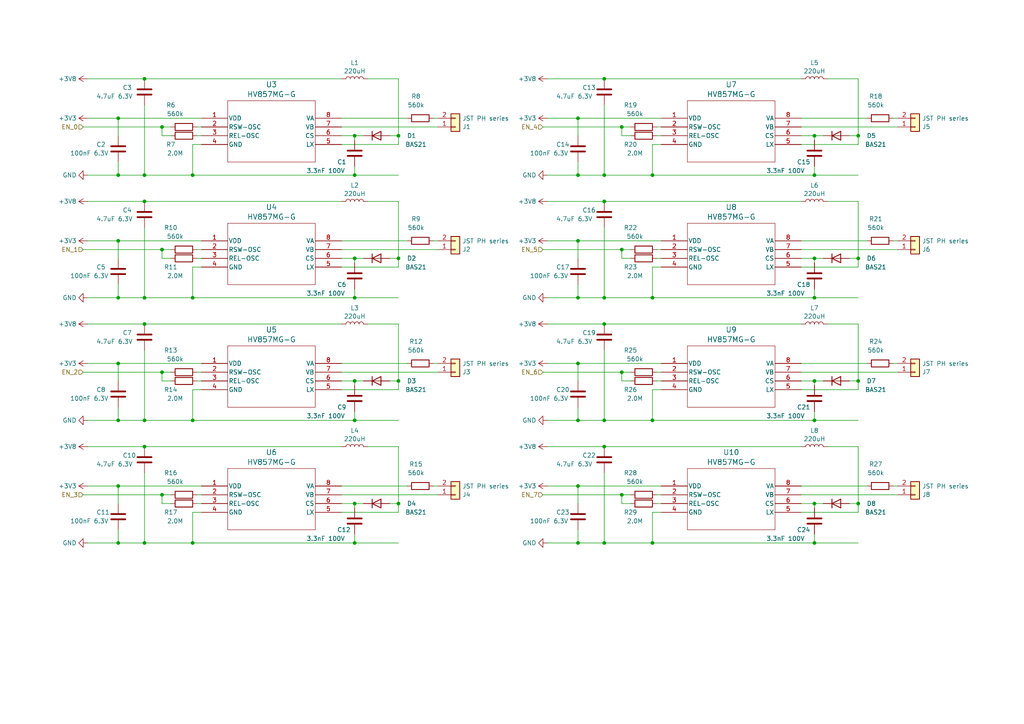
<source format=kicad_sch>
(kicad_sch (version 20230121) (generator eeschema)
  (paper "A4")
  (lib_symbols
    (symbol "Connector_Generic:Conn_01x02" (pin_names (offset 1.016) hide)
      (property "Reference" "J" (at 0 2.54 0))
      (property "Value" "Conn_01x02" (at 0 -5.08 0))
      (symbol "Conn_01x02_1_1"
        (rectangle (start -1.27 -2.413) (end 0 -2.667) (stroke (width 0.1524)))
        (rectangle (start -1.27 0.127) (end 0 -0.127) (stroke (width 0.1524)))
        (rectangle (start -1.27 1.27) (end 1.27 -3.81) (stroke (width 0.254)) (fill (type background)))
        (pin passive line (at -5.08 0 0) (length 3.81) (name "Pin_1") (number "1"))
        (pin passive line (at -5.08 -2.54 0) (length 3.81) (name "Pin_2") (number "2"))
      )
    )
    (symbol "Device:C" (pin_numbers hide) (pin_names (offset 0.254))
      (property "Reference" "C" (at 0.635 2.54 0))
      (property "Value" "C" (at 0.635 -2.54 0))
      (symbol "C_0_1"
        (polyline (pts (xy -2.032 -0.762) (xy 2.032 -0.762)) (stroke (width 0.508)))
        (polyline (pts (xy -2.032 0.762) (xy 2.032 0.762)) (stroke (width 0.508)))
      )
      (symbol "C_1_1"
        (pin passive line (at 0 3.81 270) (length 2.794) (name "~") (number "1"))
        (pin passive line (at 0 -3.81 90) (length 2.794) (name "~") (number "2"))
      )
    )
    (symbol "Device:L" (pin_numbers hide) (pin_names (offset 1.016) hide)
      (property "Reference" "L" (at -1.27 0 90))
      (property "Value" "L" (at 1.905 0 90))
      (symbol "L_0_1"
        (arc (start 0 -2.54) (mid 0.6323 -1.905) (end 0 -1.27))
        (arc (start 0 -1.27) (mid 0.6323 -0.635) (end 0 0))
        (arc (start 0 0) (mid 0.6323 0.635) (end 0 1.27))
        (arc (start 0 1.27) (mid 0.6323 1.905) (end 0 2.54))
      )
      (symbol "L_1_1"
        (pin passive line (at 0 3.81 270) (length 1.27) (name "1") (number "1"))
        (pin passive line (at 0 -3.81 90) (length 1.27) (name "2") (number "2"))
      )
    )
    (symbol "Device:R" (pin_numbers hide) (pin_names (offset 0))
      (property "Reference" "R" (at 2.032 0 90))
      (property "Value" "R" (at 0 0 90))
      (symbol "R_0_1"
        (rectangle (start -1.016 -2.54) (end 1.016 2.54) (stroke (width 0.254)))
      )
      (symbol "R_1_1"
        (pin passive line (at 0 3.81 270) (length 1.27) (name "~") (number "1"))
        (pin passive line (at 0 -3.81 90) (length 1.27) (name "~") (number "2"))
      )
    )
    (symbol "Diode:BAS21" (pin_numbers hide) (pin_names hide)
      (property "Reference" "D" (at 0 2.54 0))
      (property "Value" "BAS21" (at 0 -2.54 0))
      (symbol "BAS21_0_1"
        (polyline (pts (xy -1.27 1.27) (xy -1.27 -1.27)) (stroke (width 0.254)))
        (polyline (pts (xy 1.27 0) (xy -1.27 0)))
        (polyline (pts (xy 1.27 1.27) (xy 1.27 -1.27) (xy -1.27 0) (xy 1.27 1.27)) (stroke (width 0.254)))
      )
      (symbol "BAS21_1_1"
        (pin passive line (at 3.81 0 180) (length 2.54) (name "A") (number "1"))
        (pin no_connect line (at -1.27 0 0) (length 2.54) hide (name "NC") (number "2"))
        (pin passive line (at -3.81 0 0) (length 2.54) (name "K") (number "3"))
      )
    )
    (symbol "HV857:HV857MG-G" (pin_names (offset 0.254))
      (property "Reference" "U" (at 20.32 10.16 0))
      (property "Value" "HV857MG-G" (at 20.32 7.62 0))
      (symbol "HV857MG-G_0_1"
        (polyline (pts (xy 7.62 -12.7) (xy 33.02 -12.7)) (stroke (width 0.127)))
        (polyline (pts (xy 7.62 5.08) (xy 7.62 -12.7)) (stroke (width 0.127)))
        (polyline (pts (xy 33.02 -12.7) (xy 33.02 5.08)) (stroke (width 0.127)))
        (polyline (pts (xy 33.02 5.08) (xy 7.62 5.08)) (stroke (width 0.127)))
        (pin power_in line (at 0 0 0) (length 7.62) (name "VDD") (number "1"))
        (pin unspecified line (at 0 -2.54 0) (length 7.62) (name "RSW-OSC") (number "2"))
        (pin unspecified line (at 0 -5.08 0) (length 7.62) (name "REL-OSC") (number "3"))
        (pin power_out line (at 0 -7.62 0) (length 7.62) (name "GND") (number "4"))
        (pin unspecified line (at 40.64 -7.62 180) (length 7.62) (name "LX") (number "5"))
        (pin unspecified line (at 40.64 -5.08 180) (length 7.62) (name "CS") (number "6"))
        (pin unspecified line (at 40.64 -2.54 180) (length 7.62) (name "VB") (number "7"))
        (pin unspecified line (at 40.64 0 180) (length 7.62) (name "VA") (number "8"))
      )
    )
    (symbol "power:+3V3" (power) (pin_names (offset 0))
      (property "Value" "+3V3" (at 0 3.556 0))
      (symbol "+3V3_0_1"
        (polyline (pts (xy -0.762 1.27) (xy 0 2.54)))
        (polyline (pts (xy 0 0) (xy 0 2.54)))
        (polyline (pts (xy 0 2.54) (xy 0.762 1.27)))
      )
      (symbol "+3V3_1_1"
        (pin power_in line (at 0 0 90) (length 0) hide (name "+3V3") (number "1"))
      )
    )
    (symbol "power:+3V8" (power) (pin_names (offset 0))
      (property "Value" "+3V8" (at 0 3.556 0))
      (symbol "+3V8_0_1"
        (polyline (pts (xy -0.762 1.27) (xy 0 2.54)))
        (polyline (pts (xy 0 0) (xy 0 2.54)))
        (polyline (pts (xy 0 2.54) (xy 0.762 1.27)))
      )
      (symbol "+3V8_1_1"
        (pin power_in line (at 0 0 90) (length 0) hide (name "+3V8") (number "1"))
      )
    )
    (symbol "power:GND" (power) (pin_names (offset 0))
      (property "Value" "GND" (at 0 -3.81 0))
      (symbol "GND_0_1"
        (polyline (pts (xy 0 0) (xy 0 -1.27) (xy 1.27 -1.27) (xy 0 -2.54) (xy -1.27 -1.27) (xy 0 -1.27)))
      )
      (symbol "GND_1_1"
        (pin power_in line (at 0 0 270) (length 0) hide (name "GND") (number "1"))
      )
    )
  )
  (junction (at 41.91 129.54))
  (junction (at 115.57 110.49))
  (junction (at 180.34 143.51))
  (junction (at 248.92 110.49))
  (junction (at 167.64 121.92))
  (junction (at 248.92 39.37))
  (junction (at 167.64 157.48))
  (junction (at 46.99 72.39))
  (junction (at 236.22 39.37))
  (junction (at 34.29 86.36))
  (junction (at 34.29 140.97))
  (junction (at 34.29 50.8))
  (junction (at 46.99 107.95))
  (junction (at 167.64 105.41))
  (junction (at 115.57 74.93))
  (junction (at 180.34 107.95))
  (junction (at 102.87 86.36))
  (junction (at 175.26 58.42))
  (junction (at 41.91 50.8))
  (junction (at 167.64 86.36))
  (junction (at 115.57 146.05))
  (junction (at 236.22 74.93))
  (junction (at 248.92 74.93))
  (junction (at 115.57 39.37))
  (junction (at 55.88 121.92))
  (junction (at 102.87 146.05))
  (junction (at 248.92 146.05))
  (junction (at 102.87 110.49))
  (junction (at 236.22 121.92))
  (junction (at 102.87 74.93))
  (junction (at 167.64 34.29))
  (junction (at 189.23 157.48))
  (junction (at 167.64 50.8))
  (junction (at 46.99 36.83))
  (junction (at 46.99 143.51))
  (junction (at 41.91 58.42))
  (junction (at 236.22 110.49))
  (junction (at 41.91 86.36))
  (junction (at 175.26 50.8))
  (junction (at 189.23 50.8))
  (junction (at 34.29 121.92))
  (junction (at 167.64 69.85))
  (junction (at 102.87 121.92))
  (junction (at 34.29 69.85))
  (junction (at 175.26 86.36))
  (junction (at 55.88 86.36))
  (junction (at 175.26 93.98))
  (junction (at 189.23 86.36))
  (junction (at 236.22 50.8))
  (junction (at 175.26 129.54))
  (junction (at 34.29 34.29))
  (junction (at 102.87 50.8))
  (junction (at 167.64 140.97))
  (junction (at 180.34 72.39))
  (junction (at 34.29 157.48))
  (junction (at 41.91 121.92))
  (junction (at 175.26 121.92))
  (junction (at 175.26 157.48))
  (junction (at 55.88 50.8))
  (junction (at 41.91 22.86))
  (junction (at 236.22 146.05))
  (junction (at 41.91 93.98))
  (junction (at 180.34 36.83))
  (junction (at 55.88 157.48))
  (junction (at 41.91 157.48))
  (junction (at 102.87 39.37))
  (junction (at 189.23 121.92))
  (junction (at 236.22 157.48))
  (junction (at 34.29 105.41))
  (junction (at 175.26 22.86))
  (junction (at 102.87 157.48))
  (junction (at 236.22 86.36))
  (wire (pts (xy 58.42 146.05) (xy 57.15 146.05)))
  (wire (pts (xy 246.38 110.49) (xy 248.92 110.49)))
  (wire (pts (xy 99.06 148.59) (xy 115.57 148.59)))
  (wire (pts (xy 157.48 72.39) (xy 180.34 72.39)))
  (wire (pts (xy 49.53 110.49) (xy 46.99 110.49)))
  (wire (pts (xy 49.53 107.95) (xy 46.99 107.95)))
  (wire (pts (xy 167.64 34.29) (xy 191.77 34.29)))
  (wire (pts (xy 99.06 143.51) (xy 127 143.51)))
  (wire (pts (xy 240.03 58.42) (xy 248.92 58.42)))
  (wire (pts (xy 55.88 77.47) (xy 55.88 86.36)))
  (wire (pts (xy 41.91 129.54) (xy 99.06 129.54)))
  (wire (pts (xy 41.91 101.6) (xy 41.91 121.92)))
  (wire (pts (xy 99.06 41.91) (xy 115.57 41.91)))
  (wire (pts (xy 25.4 69.85) (xy 34.29 69.85)))
  (wire (pts (xy 167.64 153.67) (xy 167.64 157.48)))
  (wire (pts (xy 34.29 157.48) (xy 41.91 157.48)))
  (wire (pts (xy 182.88 72.39) (xy 180.34 72.39)))
  (wire (pts (xy 55.88 113.03) (xy 55.88 121.92)))
  (wire (pts (xy 167.64 82.55) (xy 167.64 86.36)))
  (wire (pts (xy 236.22 157.48) (xy 248.92 157.48)))
  (wire (pts (xy 24.13 143.51) (xy 46.99 143.51)))
  (wire (pts (xy 106.68 93.98) (xy 115.57 93.98)))
  (wire (pts (xy 232.41 69.85) (xy 251.46 69.85)))
  (wire (pts (xy 58.42 41.91) (xy 55.88 41.91)))
  (wire (pts (xy 232.41 143.51) (xy 260.35 143.51)))
  (wire (pts (xy 232.41 41.91) (xy 248.92 41.91)))
  (wire (pts (xy 41.91 50.8) (xy 55.88 50.8)))
  (wire (pts (xy 106.68 129.54) (xy 115.57 129.54)))
  (wire (pts (xy 58.42 113.03) (xy 55.88 113.03)))
  (wire (pts (xy 25.4 50.8) (xy 34.29 50.8)))
  (wire (pts (xy 236.22 146.05) (xy 238.76 146.05)))
  (wire (pts (xy 232.41 74.93) (xy 236.22 74.93)))
  (wire (pts (xy 236.22 154.94) (xy 236.22 157.48)))
  (wire (pts (xy 191.77 39.37) (xy 190.5 39.37)))
  (wire (pts (xy 236.22 83.82) (xy 236.22 86.36)))
  (wire (pts (xy 175.26 101.6) (xy 175.26 121.92)))
  (wire (pts (xy 189.23 157.48) (xy 236.22 157.48)))
  (wire (pts (xy 102.87 50.8) (xy 115.57 50.8)))
  (wire (pts (xy 236.22 74.93) (xy 238.76 74.93)))
  (wire (pts (xy 106.68 22.86) (xy 115.57 22.86)))
  (wire (pts (xy 182.88 143.51) (xy 180.34 143.51)))
  (wire (pts (xy 99.06 39.37) (xy 102.87 39.37)))
  (wire (pts (xy 167.64 157.48) (xy 175.26 157.48)))
  (wire (pts (xy 49.53 72.39) (xy 46.99 72.39)))
  (wire (pts (xy 49.53 74.93) (xy 46.99 74.93)))
  (wire (pts (xy 25.4 86.36) (xy 34.29 86.36)))
  (wire (pts (xy 99.06 107.95) (xy 127 107.95)))
  (wire (pts (xy 167.64 105.41) (xy 191.77 105.41)))
  (wire (pts (xy 232.41 148.59) (xy 248.92 148.59)))
  (wire (pts (xy 236.22 119.38) (xy 236.22 121.92)))
  (wire (pts (xy 182.88 74.93) (xy 180.34 74.93)))
  (wire (pts (xy 167.64 50.8) (xy 175.26 50.8)))
  (wire (pts (xy 232.41 77.47) (xy 248.92 77.47)))
  (wire (pts (xy 99.06 146.05) (xy 102.87 146.05)))
  (wire (pts (xy 34.29 46.99) (xy 34.29 50.8)))
  (wire (pts (xy 46.99 36.83) (xy 46.99 39.37)))
  (wire (pts (xy 46.99 72.39) (xy 46.99 74.93)))
  (wire (pts (xy 182.88 146.05) (xy 180.34 146.05)))
  (wire (pts (xy 175.26 137.16) (xy 175.26 157.48)))
  (wire (pts (xy 25.4 22.86) (xy 41.91 22.86)))
  (wire (pts (xy 102.87 74.93) (xy 102.87 76.2)))
  (wire (pts (xy 102.87 157.48) (xy 115.57 157.48)))
  (wire (pts (xy 102.87 146.05) (xy 102.87 147.32)))
  (wire (pts (xy 34.29 50.8) (xy 41.91 50.8)))
  (wire (pts (xy 58.42 148.59) (xy 55.88 148.59)))
  (wire (pts (xy 246.38 39.37) (xy 248.92 39.37)))
  (wire (pts (xy 259.08 105.41) (xy 260.35 105.41)))
  (wire (pts (xy 25.4 129.54) (xy 41.91 129.54)))
  (wire (pts (xy 259.08 69.85) (xy 260.35 69.85)))
  (wire (pts (xy 55.88 157.48) (xy 102.87 157.48)))
  (wire (pts (xy 115.57 93.98) (xy 115.57 110.49)))
  (wire (pts (xy 175.26 22.86) (xy 232.41 22.86)))
  (wire (pts (xy 41.91 93.98) (xy 99.06 93.98)))
  (wire (pts (xy 236.22 50.8) (xy 248.92 50.8)))
  (wire (pts (xy 41.91 86.36) (xy 55.88 86.36)))
  (wire (pts (xy 190.5 72.39) (xy 191.77 72.39)))
  (wire (pts (xy 248.92 39.37) (xy 248.92 41.91)))
  (wire (pts (xy 190.5 143.51) (xy 191.77 143.51)))
  (wire (pts (xy 232.41 146.05) (xy 236.22 146.05)))
  (wire (pts (xy 180.34 143.51) (xy 180.34 146.05)))
  (wire (pts (xy 189.23 148.59) (xy 189.23 157.48)))
  (wire (pts (xy 125.73 105.41) (xy 127 105.41)))
  (wire (pts (xy 34.29 121.92) (xy 41.91 121.92)))
  (wire (pts (xy 259.08 140.97) (xy 260.35 140.97)))
  (wire (pts (xy 102.87 86.36) (xy 115.57 86.36)))
  (wire (pts (xy 190.5 36.83) (xy 191.77 36.83)))
  (wire (pts (xy 115.57 74.93) (xy 115.57 77.47)))
  (wire (pts (xy 49.53 39.37) (xy 46.99 39.37)))
  (wire (pts (xy 125.73 69.85) (xy 127 69.85)))
  (wire (pts (xy 157.48 36.83) (xy 180.34 36.83)))
  (wire (pts (xy 248.92 129.54) (xy 248.92 146.05)))
  (wire (pts (xy 55.88 41.91) (xy 55.88 50.8)))
  (wire (pts (xy 189.23 113.03) (xy 189.23 121.92)))
  (wire (pts (xy 125.73 34.29) (xy 127 34.29)))
  (wire (pts (xy 46.99 107.95) (xy 46.99 110.49)))
  (wire (pts (xy 189.23 77.47) (xy 189.23 86.36)))
  (wire (pts (xy 115.57 146.05) (xy 115.57 148.59)))
  (wire (pts (xy 232.41 105.41) (xy 251.46 105.41)))
  (wire (pts (xy 34.29 86.36) (xy 41.91 86.36)))
  (wire (pts (xy 232.41 113.03) (xy 248.92 113.03)))
  (wire (pts (xy 24.13 72.39) (xy 46.99 72.39)))
  (wire (pts (xy 55.88 86.36) (xy 102.87 86.36)))
  (wire (pts (xy 248.92 74.93) (xy 248.92 77.47)))
  (wire (pts (xy 58.42 77.47) (xy 55.88 77.47)))
  (wire (pts (xy 102.87 121.92) (xy 115.57 121.92)))
  (wire (pts (xy 99.06 110.49) (xy 102.87 110.49)))
  (wire (pts (xy 57.15 72.39) (xy 58.42 72.39)))
  (wire (pts (xy 248.92 146.05) (xy 248.92 148.59)))
  (wire (pts (xy 34.29 69.85) (xy 34.29 74.93)))
  (wire (pts (xy 158.75 157.48) (xy 167.64 157.48)))
  (wire (pts (xy 158.75 34.29) (xy 167.64 34.29)))
  (wire (pts (xy 25.4 105.41) (xy 34.29 105.41)))
  (wire (pts (xy 102.87 74.93) (xy 105.41 74.93)))
  (wire (pts (xy 182.88 107.95) (xy 180.34 107.95)))
  (wire (pts (xy 236.22 74.93) (xy 236.22 76.2)))
  (wire (pts (xy 175.26 86.36) (xy 189.23 86.36)))
  (wire (pts (xy 232.41 107.95) (xy 260.35 107.95)))
  (wire (pts (xy 180.34 72.39) (xy 180.34 74.93)))
  (wire (pts (xy 236.22 110.49) (xy 238.76 110.49)))
  (wire (pts (xy 34.29 34.29) (xy 34.29 39.37)))
  (wire (pts (xy 34.29 140.97) (xy 58.42 140.97)))
  (wire (pts (xy 34.29 105.41) (xy 34.29 110.49)))
  (wire (pts (xy 167.64 34.29) (xy 167.64 39.37)))
  (wire (pts (xy 232.41 110.49) (xy 236.22 110.49)))
  (wire (pts (xy 25.4 93.98) (xy 41.91 93.98)))
  (wire (pts (xy 41.91 58.42) (xy 99.06 58.42)))
  (wire (pts (xy 46.99 143.51) (xy 46.99 146.05)))
  (wire (pts (xy 167.64 46.99) (xy 167.64 50.8)))
  (wire (pts (xy 191.77 148.59) (xy 189.23 148.59)))
  (wire (pts (xy 41.91 22.86) (xy 99.06 22.86)))
  (wire (pts (xy 236.22 110.49) (xy 236.22 111.76)))
  (wire (pts (xy 167.64 121.92) (xy 175.26 121.92)))
  (wire (pts (xy 24.13 107.95) (xy 46.99 107.95)))
  (wire (pts (xy 25.4 121.92) (xy 34.29 121.92)))
  (wire (pts (xy 190.5 107.95) (xy 191.77 107.95)))
  (wire (pts (xy 102.87 48.26) (xy 102.87 50.8)))
  (wire (pts (xy 175.26 30.48) (xy 175.26 50.8)))
  (wire (pts (xy 99.06 105.41) (xy 118.11 105.41)))
  (wire (pts (xy 158.75 69.85) (xy 167.64 69.85)))
  (wire (pts (xy 236.22 86.36) (xy 248.92 86.36)))
  (wire (pts (xy 115.57 58.42) (xy 115.57 74.93)))
  (wire (pts (xy 102.87 110.49) (xy 102.87 111.76)))
  (wire (pts (xy 58.42 110.49) (xy 57.15 110.49)))
  (wire (pts (xy 246.38 74.93) (xy 248.92 74.93)))
  (wire (pts (xy 113.03 146.05) (xy 115.57 146.05)))
  (wire (pts (xy 125.73 140.97) (xy 127 140.97)))
  (wire (pts (xy 102.87 39.37) (xy 102.87 40.64)))
  (wire (pts (xy 49.53 36.83) (xy 46.99 36.83)))
  (wire (pts (xy 34.29 82.55) (xy 34.29 86.36)))
  (wire (pts (xy 236.22 48.26) (xy 236.22 50.8)))
  (wire (pts (xy 182.88 36.83) (xy 180.34 36.83)))
  (wire (pts (xy 24.13 36.83) (xy 46.99 36.83)))
  (wire (pts (xy 41.91 157.48) (xy 55.88 157.48)))
  (wire (pts (xy 41.91 30.48) (xy 41.91 50.8)))
  (wire (pts (xy 34.29 34.29) (xy 58.42 34.29)))
  (wire (pts (xy 236.22 39.37) (xy 236.22 40.64)))
  (wire (pts (xy 25.4 34.29) (xy 34.29 34.29)))
  (wire (pts (xy 191.77 41.91) (xy 189.23 41.91)))
  (wire (pts (xy 34.29 153.67) (xy 34.29 157.48)))
  (wire (pts (xy 106.68 58.42) (xy 115.57 58.42)))
  (wire (pts (xy 99.06 113.03) (xy 115.57 113.03)))
  (wire (pts (xy 191.77 113.03) (xy 189.23 113.03)))
  (wire (pts (xy 175.26 66.04) (xy 175.26 86.36)))
  (wire (pts (xy 99.06 72.39) (xy 127 72.39)))
  (wire (pts (xy 158.75 121.92) (xy 167.64 121.92)))
  (wire (pts (xy 58.42 39.37) (xy 57.15 39.37)))
  (wire (pts (xy 158.75 93.98) (xy 175.26 93.98)))
  (wire (pts (xy 175.26 157.48) (xy 189.23 157.48)))
  (wire (pts (xy 246.38 146.05) (xy 248.92 146.05)))
  (wire (pts (xy 115.57 39.37) (xy 115.57 41.91)))
  (wire (pts (xy 248.92 93.98) (xy 248.92 110.49)))
  (wire (pts (xy 113.03 39.37) (xy 115.57 39.37)))
  (wire (pts (xy 167.64 69.85) (xy 191.77 69.85)))
  (wire (pts (xy 232.41 36.83) (xy 260.35 36.83)))
  (wire (pts (xy 248.92 110.49) (xy 248.92 113.03)))
  (wire (pts (xy 99.06 74.93) (xy 102.87 74.93)))
  (wire (pts (xy 240.03 93.98) (xy 248.92 93.98)))
  (wire (pts (xy 240.03 129.54) (xy 248.92 129.54)))
  (wire (pts (xy 102.87 146.05) (xy 105.41 146.05)))
  (wire (pts (xy 175.26 121.92) (xy 189.23 121.92)))
  (wire (pts (xy 157.48 107.95) (xy 180.34 107.95)))
  (wire (pts (xy 189.23 86.36) (xy 236.22 86.36)))
  (wire (pts (xy 34.29 69.85) (xy 58.42 69.85)))
  (wire (pts (xy 115.57 22.86) (xy 115.57 39.37)))
  (wire (pts (xy 115.57 129.54) (xy 115.57 146.05)))
  (wire (pts (xy 158.75 86.36) (xy 167.64 86.36)))
  (wire (pts (xy 158.75 50.8) (xy 167.64 50.8)))
  (wire (pts (xy 113.03 74.93) (xy 115.57 74.93)))
  (wire (pts (xy 55.88 148.59) (xy 55.88 157.48)))
  (wire (pts (xy 175.26 50.8) (xy 189.23 50.8)))
  (wire (pts (xy 167.64 140.97) (xy 191.77 140.97)))
  (wire (pts (xy 167.64 105.41) (xy 167.64 110.49)))
  (wire (pts (xy 189.23 50.8) (xy 236.22 50.8)))
  (wire (pts (xy 175.26 58.42) (xy 232.41 58.42)))
  (wire (pts (xy 34.29 140.97) (xy 34.29 146.05)))
  (wire (pts (xy 57.15 36.83) (xy 58.42 36.83)))
  (wire (pts (xy 158.75 58.42) (xy 175.26 58.42)))
  (wire (pts (xy 191.77 110.49) (xy 190.5 110.49)))
  (wire (pts (xy 157.48 143.51) (xy 180.34 143.51)))
  (wire (pts (xy 232.41 39.37) (xy 236.22 39.37)))
  (wire (pts (xy 34.29 105.41) (xy 58.42 105.41)))
  (wire (pts (xy 99.06 77.47) (xy 115.57 77.47)))
  (wire (pts (xy 34.29 118.11) (xy 34.29 121.92)))
  (wire (pts (xy 102.87 154.94) (xy 102.87 157.48)))
  (wire (pts (xy 248.92 22.86) (xy 248.92 39.37)))
  (wire (pts (xy 167.64 69.85) (xy 167.64 74.93)))
  (wire (pts (xy 41.91 121.92) (xy 55.88 121.92)))
  (wire (pts (xy 167.64 118.11) (xy 167.64 121.92)))
  (wire (pts (xy 102.87 39.37) (xy 105.41 39.37)))
  (wire (pts (xy 240.03 22.86) (xy 248.92 22.86)))
  (wire (pts (xy 102.87 119.38) (xy 102.87 121.92)))
  (wire (pts (xy 236.22 121.92) (xy 248.92 121.92)))
  (wire (pts (xy 236.22 146.05) (xy 236.22 147.32)))
  (wire (pts (xy 58.42 74.93) (xy 57.15 74.93)))
  (wire (pts (xy 49.53 146.05) (xy 46.99 146.05)))
  (wire (pts (xy 158.75 105.41) (xy 167.64 105.41)))
  (wire (pts (xy 180.34 36.83) (xy 180.34 39.37)))
  (wire (pts (xy 259.08 34.29) (xy 260.35 34.29)))
  (wire (pts (xy 180.34 107.95) (xy 180.34 110.49)))
  (wire (pts (xy 99.06 36.83) (xy 127 36.83)))
  (wire (pts (xy 191.77 77.47) (xy 189.23 77.47)))
  (wire (pts (xy 49.53 143.51) (xy 46.99 143.51)))
  (wire (pts (xy 191.77 74.93) (xy 190.5 74.93)))
  (wire (pts (xy 158.75 140.97) (xy 167.64 140.97)))
  (wire (pts (xy 25.4 157.48) (xy 34.29 157.48)))
  (wire (pts (xy 232.41 72.39) (xy 260.35 72.39)))
  (wire (pts (xy 102.87 83.82) (xy 102.87 86.36)))
  (wire (pts (xy 99.06 69.85) (xy 118.11 69.85)))
  (wire (pts (xy 182.88 39.37) (xy 180.34 39.37)))
  (wire (pts (xy 236.22 39.37) (xy 238.76 39.37)))
  (wire (pts (xy 99.06 140.97) (xy 118.11 140.97)))
  (wire (pts (xy 167.64 86.36) (xy 175.26 86.36)))
  (wire (pts (xy 57.15 107.95) (xy 58.42 107.95)))
  (wire (pts (xy 55.88 121.92) (xy 102.87 121.92)))
  (wire (pts (xy 115.57 110.49) (xy 115.57 113.03)))
  (wire (pts (xy 25.4 140.97) (xy 34.29 140.97)))
  (wire (pts (xy 99.06 34.29) (xy 118.11 34.29)))
  (wire (pts (xy 189.23 121.92) (xy 236.22 121.92)))
  (wire (pts (xy 55.88 50.8) (xy 102.87 50.8)))
  (wire (pts (xy 248.92 58.42) (xy 248.92 74.93)))
  (wire (pts (xy 41.91 137.16) (xy 41.91 157.48)))
  (wire (pts (xy 189.23 41.91) (xy 189.23 50.8)))
  (wire (pts (xy 158.75 129.54) (xy 175.26 129.54)))
  (wire (pts (xy 232.41 140.97) (xy 251.46 140.97)))
  (wire (pts (xy 102.87 110.49) (xy 105.41 110.49)))
  (wire (pts (xy 158.75 22.86) (xy 175.26 22.86)))
  (wire (pts (xy 41.91 66.04) (xy 41.91 86.36)))
  (wire (pts (xy 57.15 143.51) (xy 58.42 143.51)))
  (wire (pts (xy 113.03 110.49) (xy 115.57 110.49)))
  (wire (pts (xy 25.4 58.42) (xy 41.91 58.42)))
  (wire (pts (xy 182.88 110.49) (xy 180.34 110.49)))
  (wire (pts (xy 175.26 129.54) (xy 232.41 129.54)))
  (wire (pts (xy 167.64 140.97) (xy 167.64 146.05)))
  (wire (pts (xy 232.41 34.29) (xy 251.46 34.29)))
  (wire (pts (xy 175.26 93.98) (xy 232.41 93.98)))
  (wire (pts (xy 191.77 146.05) (xy 190.5 146.05)))
  (hierarchical_label "EN_4" (shape input) (at 157.48 36.83 180))
  (hierarchical_label "EN_2" (shape input) (at 24.13 107.95 180))
  (hierarchical_label "EN_3" (shape input) (at 24.13 143.51 180))
  (hierarchical_label "EN_5" (shape input) (at 157.48 72.39 180))
  (hierarchical_label "EN_7" (shape input) (at 157.48 143.51 180))
  (hierarchical_label "EN_0" (shape input) (at 24.13 36.83 180))
  (hierarchical_label "EN_6" (shape input) (at 157.48 107.95 180))
  (hierarchical_label "EN_1" (shape input) (at 24.13 72.39 180))
  (symbol (lib_id "Device:L") (at 236.22 58.42 90) (unit 1)
    (property "Reference" "L6" (at 236.22 53.7704 90))
    (property "Value" "220uH" (at 236.22 56.1946 90))
    (property "Footprint" "Inductor_SMD:L_Changjiang_FNR3015S" (effects hide))
  )
  (symbol (lib_id "power:GND") (at 158.75 121.92 270) (unit 1)
    (property "Reference" "#PWR021" (effects hide))
    (property "Value" "GND" (at 155.5751 121.92 90) (effects (justify right)))
  )
  (symbol (lib_id "power:GND") (at 25.4 157.48 270) (unit 1)
    (property "Reference" "#PWR012" (effects hide))
    (property "Value" "GND" (at 22.2251 157.48 90) (effects (justify right)))
  )
  (symbol (lib_id "power:+3V8") (at 158.75 22.86 90) (unit 1)
    (property "Reference" "#PWR013" (effects hide))
    (property "Value" "+3V8" (at 155.575 22.86 90) (effects (justify left)))
  )
  (symbol (lib_id "Device:L") (at 102.87 58.42 90) (unit 1)
    (property "Reference" "L2" (at 102.87 53.7704 90))
    (property "Value" "220uH" (at 102.87 56.1946 90))
    (property "Footprint" "Inductor_SMD:L_Changjiang_FNR3015S" (effects hide))
  )
  (symbol (lib_id "Device:R") (at 186.69 107.95 90) (unit 1)
    (property "Reference" "R25" (at 182.88 101.6 90))
    (property "Value" "560k" (at 184.15 104.14 90))
    (property "Footprint" "Resistor_SMD:R_0603_1608Metric" (effects hide))
  )
  (symbol (lib_id "Device:L") (at 102.87 129.54 90) (unit 1)
    (property "Reference" "L4" (at 102.87 124.8904 90))
    (property "Value" "220uH" (at 102.87 127.3146 90))
    (property "Footprint" "Inductor_SMD:L_Changjiang_FNR3015S" (effects hide))
  )
  (symbol (lib_id "Device:C") (at 41.91 62.23 0) (unit 1)
    (property "Reference" "C4" (at 35.56 60.96 0) (effects (justify left)))
    (property "Value" "4.7uF 6.3V" (at 27.94 63.5 0) (effects (justify left)))
    (property "Footprint" "Capacitor_SMD:C_0603_1608Metric" (effects hide))
  )
  (symbol (lib_id "Device:L") (at 102.87 22.86 90) (unit 1)
    (property "Reference" "L1" (at 102.87 18.2104 90))
    (property "Value" "220uH" (at 102.87 20.6346 90))
    (property "Footprint" "Inductor_SMD:L_Changjiang_FNR3015S" (effects hide))
  )
  (symbol (lib_id "power:+3V3") (at 25.4 105.41 90) (unit 1)
    (property "Reference" "#PWR08" (effects hide))
    (property "Value" "+3V3" (at 22.225 105.41 90) (effects (justify left)))
  )
  (symbol (lib_id "Device:R") (at 255.27 105.41 90) (unit 1)
    (property "Reference" "R24" (at 254 99.06 90))
    (property "Value" "560k" (at 254 101.6 90))
    (property "Footprint" "Resistor_SMD:R_1206_3216Metric" (effects hide))
  )
  (symbol (lib_id "HV857:HV857MG-G") (at 191.77 69.85 0) (unit 1)
    (property "Reference" "U8" (at 212.09 60.0763 0) (effects (font (size 1.524 1.524))))
    (property "Value" "HV857MG-G" (at 212.09 62.9091 0) (effects (font (size 1.524 1.524))))
    (property "Footprint" "Package_SO:MSOP-8_3x3mm_P0.65mm" (effects hide))
    (property "Datasheet" "HV857MG-G" (effects hide))
  )
  (symbol (lib_id "power:+3V3") (at 158.75 69.85 90) (unit 1)
    (property "Reference" "#PWR017" (effects hide))
    (property "Value" "+3V3" (at 155.575 69.85 90) (effects (justify left)))
  )
  (symbol (lib_id "Device:R") (at 53.34 39.37 270) (unit 1)
    (property "Reference" "R7" (at 49.53 41.91 90))
    (property "Value" "2.0M" (at 50.8 44.45 90))
    (property "Footprint" "Resistor_SMD:R_0603_1608Metric" (effects hide))
  )
  (symbol (lib_id "Device:C") (at 102.87 151.13 0) (unit 1)
    (property "Reference" "C12" (at 97.79 153.67 0) (effects (justify left)))
    (property "Value" "3.3nF 100V" (at 88.9 156.21 0) (effects (justify left)))
    (property "Footprint" "Capacitor_SMD:C_0603_1608Metric" (effects hide))
  )
  (symbol (lib_id "power:+3V8") (at 25.4 93.98 90) (unit 1)
    (property "Reference" "#PWR07" (effects hide))
    (property "Value" "+3V8" (at 22.225 93.98 90) (effects (justify left)))
  )
  (symbol (lib_id "Device:R") (at 186.69 146.05 270) (unit 1)
    (property "Reference" "R29" (at 182.88 148.59 90))
    (property "Value" "2.0M" (at 184.15 151.13 90))
    (property "Footprint" "Resistor_SMD:R_0603_1608Metric" (effects hide))
  )
  (symbol (lib_id "Device:C") (at 236.22 80.01 0) (unit 1)
    (property "Reference" "C18" (at 231.14 82.55 0) (effects (justify left)))
    (property "Value" "3.3nF 100V" (at 222.25 85.09 0) (effects (justify left)))
    (property "Footprint" "Capacitor_SMD:C_0603_1608Metric" (effects hide))
  )
  (symbol (lib_id "Device:R") (at 121.92 69.85 90) (unit 1)
    (property "Reference" "R9" (at 120.65 63.5 90))
    (property "Value" "560k" (at 120.65 66.04 90))
    (property "Footprint" "Resistor_SMD:R_1206_3216Metric" (effects hide))
  )
  (symbol (lib_id "power:+3V8") (at 158.75 129.54 90) (unit 1)
    (property "Reference" "#PWR022" (effects hide))
    (property "Value" "+3V8" (at 155.575 129.54 90) (effects (justify left)))
  )
  (symbol (lib_id "power:+3V3") (at 25.4 69.85 90) (unit 1)
    (property "Reference" "#PWR05" (effects hide))
    (property "Value" "+3V3" (at 22.225 69.85 90) (effects (justify left)))
  )
  (symbol (lib_id "Diode:BAS21") (at 109.22 74.93 0) (unit 1)
    (property "Reference" "D2" (at 119.38 74.93 0))
    (property "Value" "BAS21" (at 120.65 77.47 0))
    (property "Footprint" "Package_TO_SOT_SMD:SOT-23" (effects hide))
    (property "Datasheet" "https://www.diodes.com/assets/Datasheets/Ds12004.pdf" (effects hide))
  )
  (symbol (lib_id "HV857:HV857MG-G") (at 58.42 140.97 0) (unit 1)
    (property "Reference" "U6" (at 78.74 131.1963 0) (effects (font (size 1.524 1.524))))
    (property "Value" "HV857MG-G" (at 78.74 134.0291 0) (effects (font (size 1.524 1.524))))
    (property "Footprint" "Package_SO:MSOP-8_3x3mm_P0.65mm" (effects hide))
    (property "Datasheet" "HV857MG-G" (effects hide))
  )
  (symbol (lib_id "power:GND") (at 158.75 50.8 270) (unit 1)
    (property "Reference" "#PWR015" (effects hide))
    (property "Value" "GND" (at 155.5751 50.8 90) (effects (justify right)))
  )
  (symbol (lib_id "Connector_Generic:Conn_01x02") (at 265.43 36.83 0) (mirror x) (unit 1)
    (property "Reference" "J5" (at 267.462 36.7721 0) (effects (justify left)))
    (property "Value" "JST PH series" (at 267.462 34.3479 0) (effects (justify left)))
    (property "Footprint" "Connector_JST:JST_PH_S2B-PH-SM4-TB_1x02-1MP_P2.00mm_Horizontal" (effects hide))
  )
  (symbol (lib_id "power:GND") (at 25.4 86.36 270) (unit 1)
    (property "Reference" "#PWR06" (effects hide))
    (property "Value" "GND" (at 22.2251 86.36 90) (effects (justify right)))
  )
  (symbol (lib_id "power:+3V3") (at 158.75 34.29 90) (unit 1)
    (property "Reference" "#PWR014" (effects hide))
    (property "Value" "+3V3" (at 155.575 34.29 90) (effects (justify left)))
  )
  (symbol (lib_id "Connector_Generic:Conn_01x02") (at 265.43 143.51 0) (mirror x) (unit 1)
    (property "Reference" "J8" (at 267.462 143.4521 0) (effects (justify left)))
    (property "Value" "JST PH series" (at 267.462 141.0279 0) (effects (justify left)))
    (property "Footprint" "Connector_JST:JST_PH_S2B-PH-SM4-TB_1x02-1MP_P2.00mm_Horizontal" (effects hide))
  )
  (symbol (lib_id "power:GND") (at 158.75 86.36 270) (unit 1)
    (property "Reference" "#PWR018" (effects hide))
    (property "Value" "GND" (at 155.5751 86.36 90) (effects (justify right)))
  )
  (symbol (lib_id "Device:C") (at 34.29 114.3 0) (unit 1)
    (property "Reference" "C8" (at 27.94 113.03 0) (effects (justify left)))
    (property "Value" "100nF 6.3V" (at 20.32 115.57 0) (effects (justify left)))
    (property "Footprint" "Capacitor_SMD:C_0603_1608Metric" (effects hide))
  )
  (symbol (lib_id "Device:R") (at 53.34 74.93 270) (unit 1)
    (property "Reference" "R11" (at 49.53 77.47 90))
    (property "Value" "2.0M" (at 50.8 80.01 90))
    (property "Footprint" "Resistor_SMD:R_0603_1608Metric" (effects hide))
  )
  (symbol (lib_id "Device:R") (at 186.69 36.83 90) (unit 1)
    (property "Reference" "R19" (at 182.88 30.48 90))
    (property "Value" "560k" (at 184.15 33.02 90))
    (property "Footprint" "Resistor_SMD:R_0603_1608Metric" (effects hide))
  )
  (symbol (lib_id "power:GND") (at 25.4 50.8 270) (unit 1)
    (property "Reference" "#PWR01" (effects hide))
    (property "Value" "GND" (at 22.2251 50.8 90) (effects (justify right)))
  )
  (symbol (lib_id "Device:L") (at 102.87 93.98 90) (unit 1)
    (property "Reference" "L3" (at 102.87 89.3304 90))
    (property "Value" "220uH" (at 102.87 91.7546 90))
    (property "Footprint" "Inductor_SMD:L_Changjiang_FNR3015S" (effects hide))
  )
  (symbol (lib_id "power:+3V8") (at 25.4 58.42 90) (unit 1)
    (property "Reference" "#PWR04" (effects hide))
    (property "Value" "+3V8" (at 22.225 58.42 90) (effects (justify left)))
  )
  (symbol (lib_id "power:GND") (at 158.75 157.48 270) (unit 1)
    (property "Reference" "#PWR024" (effects hide))
    (property "Value" "GND" (at 155.5751 157.48 90) (effects (justify right)))
  )
  (symbol (lib_id "Device:C") (at 102.87 80.01 0) (unit 1)
    (property "Reference" "C6" (at 97.79 82.55 0) (effects (justify left)))
    (property "Value" "3.3nF 100V" (at 88.9 85.09 0) (effects (justify left)))
    (property "Footprint" "Capacitor_SMD:C_0603_1608Metric" (effects hide))
  )
  (symbol (lib_id "Device:R") (at 53.34 72.39 90) (unit 1)
    (property "Reference" "R10" (at 49.53 66.04 90))
    (property "Value" "560k" (at 50.8 68.58 90))
    (property "Footprint" "Resistor_SMD:R_0603_1608Metric" (effects hide))
  )
  (symbol (lib_id "power:+3V8") (at 158.75 58.42 90) (unit 1)
    (property "Reference" "#PWR016" (effects hide))
    (property "Value" "+3V8" (at 155.575 58.42 90) (effects (justify left)))
  )
  (symbol (lib_id "Device:C") (at 34.29 43.18 0) (unit 1)
    (property "Reference" "C2" (at 27.94 41.91 0) (effects (justify left)))
    (property "Value" "100nF 6.3V" (at 20.32 44.45 0) (effects (justify left)))
    (property "Footprint" "Capacitor_SMD:C_0603_1608Metric" (effects hide))
  )
  (symbol (lib_id "Connector_Generic:Conn_01x02") (at 132.08 36.83 0) (mirror x) (unit 1)
    (property "Reference" "J1" (at 134.112 36.7721 0) (effects (justify left)))
    (property "Value" "JST PH series" (at 134.112 34.3479 0) (effects (justify left)))
    (property "Footprint" "Connector_JST:JST_PH_S2B-PH-SM4-TB_1x02-1MP_P2.00mm_Horizontal" (effects hide))
  )
  (symbol (lib_id "power:+3V3") (at 25.4 34.29 90) (unit 1)
    (property "Reference" "#PWR02" (effects hide))
    (property "Value" "+3V3" (at 22.225 34.29 90) (effects (justify left)))
  )
  (symbol (lib_id "Device:R") (at 121.92 140.97 90) (unit 1)
    (property "Reference" "R15" (at 120.65 134.62 90))
    (property "Value" "560k" (at 120.65 137.16 90))
    (property "Footprint" "Resistor_SMD:R_1206_3216Metric" (effects hide))
  )
  (symbol (lib_id "Device:R") (at 53.34 107.95 90) (unit 1)
    (property "Reference" "R13" (at 49.53 101.6 90))
    (property "Value" "560k" (at 50.8 104.14 90))
    (property "Footprint" "Resistor_SMD:R_0603_1608Metric" (effects hide))
  )
  (symbol (lib_id "power:+3V3") (at 25.4 140.97 90) (unit 1)
    (property "Reference" "#PWR011" (effects hide))
    (property "Value" "+3V3" (at 22.225 140.97 90) (effects (justify left)))
  )
  (symbol (lib_id "Device:R") (at 255.27 34.29 90) (unit 1)
    (property "Reference" "R18" (at 254 27.94 90))
    (property "Value" "560k" (at 254 30.48 90))
    (property "Footprint" "Resistor_SMD:R_1206_3216Metric" (effects hide))
  )
  (symbol (lib_id "Diode:BAS21") (at 242.57 110.49 0) (unit 1)
    (property "Reference" "D7" (at 252.73 110.49 0))
    (property "Value" "BAS21" (at 254 113.03 0))
    (property "Footprint" "Package_TO_SOT_SMD:SOT-23" (effects hide))
    (property "Datasheet" "https://www.diodes.com/assets/Datasheets/Ds12004.pdf" (effects hide))
  )
  (symbol (lib_id "Device:C") (at 41.91 97.79 0) (unit 1)
    (property "Reference" "C7" (at 35.56 96.52 0) (effects (justify left)))
    (property "Value" "4.7uF 6.3V" (at 27.94 99.06 0) (effects (justify left)))
    (property "Footprint" "Capacitor_SMD:C_0603_1608Metric" (effects hide))
  )
  (symbol (lib_id "Device:R") (at 186.69 143.51 90) (unit 1)
    (property "Reference" "R28" (at 182.88 137.16 90))
    (property "Value" "560k" (at 184.15 139.7 90))
    (property "Footprint" "Resistor_SMD:R_0603_1608Metric" (effects hide))
  )
  (symbol (lib_id "Device:R") (at 53.34 146.05 270) (unit 1)
    (property "Reference" "R17" (at 49.53 148.59 90))
    (property "Value" "2.0M" (at 50.8 151.13 90))
    (property "Footprint" "Resistor_SMD:R_0603_1608Metric" (effects hide))
  )
  (symbol (lib_id "Device:R") (at 53.34 36.83 90) (unit 1)
    (property "Reference" "R6" (at 49.53 30.48 90))
    (property "Value" "560k" (at 50.8 33.02 90))
    (property "Footprint" "Resistor_SMD:R_0603_1608Metric" (effects hide))
  )
  (symbol (lib_id "power:+3V8") (at 25.4 22.86 90) (unit 1)
    (property "Reference" "#PWR03" (effects hide))
    (property "Value" "+3V8" (at 22.225 22.86 90) (effects (justify left)))
  )
  (symbol (lib_id "Device:C") (at 34.29 78.74 0) (unit 1)
    (property "Reference" "C5" (at 27.94 77.47 0) (effects (justify left)))
    (property "Value" "100nF 6.3V" (at 20.32 80.01 0) (effects (justify left)))
    (property "Footprint" "Capacitor_SMD:C_0603_1608Metric" (effects hide))
  )
  (symbol (lib_id "Device:R") (at 53.34 143.51 90) (unit 1)
    (property "Reference" "R16" (at 49.53 137.16 90))
    (property "Value" "560k" (at 50.8 139.7 90))
    (property "Footprint" "Resistor_SMD:R_0603_1608Metric" (effects hide))
  )
  (symbol (lib_id "Connector_Generic:Conn_01x02") (at 132.08 143.51 0) (mirror x) (unit 1)
    (property "Reference" "J4" (at 134.112 143.4521 0) (effects (justify left)))
    (property "Value" "JST PH series" (at 134.112 141.0279 0) (effects (justify left)))
    (property "Footprint" "Connector_JST:JST_PH_S2B-PH-SM4-TB_1x02-1MP_P2.00mm_Horizontal" (effects hide))
  )
  (symbol (lib_id "Diode:BAS21") (at 109.22 39.37 0) (unit 1)
    (property "Reference" "D1" (at 119.38 39.37 0))
    (property "Value" "BAS21" (at 120.65 41.91 0))
    (property "Footprint" "Package_TO_SOT_SMD:SOT-23" (effects hide))
    (property "Datasheet" "https://www.diodes.com/assets/Datasheets/Ds12004.pdf" (effects hide))
  )
  (symbol (lib_id "Diode:BAS21") (at 242.57 39.37 0) (unit 1)
    (property "Reference" "D5" (at 252.73 39.37 0))
    (property "Value" "BAS21" (at 254 41.91 0))
    (property "Footprint" "Package_TO_SOT_SMD:SOT-23" (effects hide))
    (property "Datasheet" "https://www.diodes.com/assets/Datasheets/Ds12004.pdf" (effects hide))
  )
  (symbol (lib_id "Device:C") (at 41.91 133.35 0) (unit 1)
    (property "Reference" "C10" (at 35.56 132.08 0) (effects (justify left)))
    (property "Value" "4.7uF 6.3V" (at 27.94 134.62 0) (effects (justify left)))
    (property "Footprint" "Capacitor_SMD:C_0603_1608Metric" (effects hide))
  )
  (symbol (lib_id "Device:C") (at 167.64 149.86 0) (unit 1)
    (property "Reference" "C23" (at 161.29 148.59 0) (effects (justify left)))
    (property "Value" "100nF 6.3V" (at 153.67 151.13 0) (effects (justify left)))
    (property "Footprint" "Capacitor_SMD:C_0603_1608Metric" (effects hide))
  )
  (symbol (lib_id "power:+3V8") (at 158.75 93.98 90) (unit 1)
    (property "Reference" "#PWR019" (effects hide))
    (property "Value" "+3V8" (at 155.575 93.98 90) (effects (justify left)))
  )
  (symbol (lib_id "power:+3V8") (at 25.4 129.54 90) (unit 1)
    (property "Reference" "#PWR010" (effects hide))
    (property "Value" "+3V8" (at 22.225 129.54 90) (effects (justify left)))
  )
  (symbol (lib_id "Device:C") (at 175.26 26.67 0) (unit 1)
    (property "Reference" "C13" (at 168.91 25.4 0) (effects (justify left)))
    (property "Value" "4.7uF 6.3V" (at 161.29 27.94 0) (effects (justify left)))
    (property "Footprint" "Capacitor_SMD:C_0603_1608Metric" (effects hide))
  )
  (symbol (lib_id "Diode:BAS21") (at 109.22 110.49 0) (unit 1)
    (property "Reference" "D3" (at 119.38 110.49 0))
    (property "Value" "BAS21" (at 120.65 113.03 0))
    (property "Footprint" "Package_TO_SOT_SMD:SOT-23" (effects hide))
    (property "Datasheet" "https://www.diodes.com/assets/Datasheets/Ds12004.pdf" (effects hide))
  )
  (symbol (lib_id "Connector_Generic:Conn_01x02") (at 265.43 107.95 0) (mirror x) (unit 1)
    (property "Reference" "J7" (at 267.462 107.8921 0) (effects (justify left)))
    (property "Value" "JST PH series" (at 267.462 105.4679 0) (effects (justify left)))
    (property "Footprint" "Connector_JST:JST_PH_S2B-PH-SM4-TB_1x02-1MP_P2.00mm_Horizontal" (effects hide))
  )
  (symbol (lib_id "Device:C") (at 41.91 26.67 0) (unit 1)
    (property "Reference" "C3" (at 35.56 25.4 0) (effects (justify left)))
    (property "Value" "4.7uF 6.3V" (at 27.94 27.94 0) (effects (justify left)))
    (property "Footprint" "Capacitor_SMD:C_0603_1608Metric" (effects hide))
  )
  (symbol (lib_id "Diode:BAS21") (at 242.57 146.05 0) (unit 1)
    (property "Reference" "D8" (at 252.73 146.05 0))
    (property "Value" "BAS21" (at 254 148.59 0))
    (property "Footprint" "Package_TO_SOT_SMD:SOT-23" (effects hide))
    (property "Datasheet" "https://www.diodes.com/assets/Datasheets/Ds12004.pdf" (effects hide))
  )
  (symbol (lib_id "Device:R") (at 121.92 34.29 90) (unit 1)
    (property "Reference" "R8" (at 120.65 27.94 90))
    (property "Value" "560k" (at 120.65 30.48 90))
    (property "Footprint" "Resistor_SMD:R_1206_3216Metric" (effects hide))
  )
  (symbol (lib_id "Device:C") (at 102.87 115.57 0) (unit 1)
    (property "Reference" "C9" (at 97.79 118.11 0) (effects (justify left)))
    (property "Value" "3.3nF 100V" (at 88.9 120.65 0) (effects (justify left)))
    (property "Footprint" "Capacitor_SMD:C_0603_1608Metric" (effects hide))
  )
  (symbol (lib_id "HV857:HV857MG-G") (at 58.42 34.29 0) (unit 1)
    (property "Reference" "U3" (at 78.74 24.5163 0) (effects (font (size 1.524 1.524))))
    (property "Value" "HV857MG-G" (at 78.74 27.3491 0) (effects (font (size 1.524 1.524))))
    (property "Footprint" "Package_SO:MSOP-8_3x3mm_P0.65mm" (effects hide))
    (property "Datasheet" "HV857MG-G" (effects hide))
  )
  (symbol (lib_id "Device:C") (at 236.22 151.13 0) (unit 1)
    (property "Reference" "C24" (at 231.14 153.67 0) (effects (justify left)))
    (property "Value" "3.3nF 100V" (at 222.25 156.21 0) (effects (justify left)))
    (property "Footprint" "Capacitor_SMD:C_0603_1608Metric" (effects hide))
  )
  (symbol (lib_id "Connector_Generic:Conn_01x02") (at 265.43 72.39 0) (mirror x) (unit 1)
    (property "Reference" "J6" (at 267.462 72.3321 0) (effects (justify left)))
    (property "Value" "JST PH series" (at 267.462 69.9079 0) (effects (justify left)))
    (property "Footprint" "Connector_JST:JST_PH_S2B-PH-SM4-TB_1x02-1MP_P2.00mm_Horizontal" (effects hide))
  )
  (symbol (lib_id "Device:R") (at 186.69 39.37 270) (unit 1)
    (property "Reference" "R20" (at 182.88 41.91 90))
    (property "Value" "2.0M" (at 184.15 44.45 90))
    (property "Footprint" "Resistor_SMD:R_0603_1608Metric" (effects hide))
  )
  (symbol (lib_id "Device:L") (at 236.22 93.98 90) (unit 1)
    (property "Reference" "L7" (at 236.22 89.3304 90))
    (property "Value" "220uH" (at 236.22 91.7546 90))
    (property "Footprint" "Inductor_SMD:L_Changjiang_FNR3015S" (effects hide))
  )
  (symbol (lib_id "Device:R") (at 186.69 110.49 270) (unit 1)
    (property "Reference" "R26" (at 182.88 113.03 90))
    (property "Value" "2.0M" (at 184.15 115.57 90))
    (property "Footprint" "Resistor_SMD:R_0603_1608Metric" (effects hide))
  )
  (symbol (lib_id "HV857:HV857MG-G") (at 191.77 34.29 0) (unit 1)
    (property "Reference" "U7" (at 212.09 24.5163 0) (effects (font (size 1.524 1.524))))
    (property "Value" "HV857MG-G" (at 212.09 27.3491 0) (effects (font (size 1.524 1.524))))
    (property "Footprint" "Package_SO:MSOP-8_3x3mm_P0.65mm" (effects hide))
    (property "Datasheet" "HV857MG-G" (effects hide))
  )
  (symbol (lib_id "Device:C") (at 102.87 44.45 0) (unit 1)
    (property "Reference" "C1" (at 97.79 46.99 0) (effects (justify left)))
    (property "Value" "3.3nF 100V" (at 88.9 49.53 0) (effects (justify left)))
    (property "Footprint" "Capacitor_SMD:C_0603_1608Metric" (effects hide))
  )
  (symbol (lib_id "Device:R") (at 255.27 140.97 90) (unit 1)
    (property "Reference" "R27" (at 254 134.62 90))
    (property "Value" "560k" (at 254 137.16 90))
    (property "Footprint" "Resistor_SMD:R_1206_3216Metric" (effects hide))
  )
  (symbol (lib_id "Device:R") (at 186.69 72.39 90) (unit 1)
    (property "Reference" "R22" (at 182.88 66.04 90))
    (property "Value" "560k" (at 184.15 68.58 90))
    (property "Footprint" "Resistor_SMD:R_0603_1608Metric" (effects hide))
  )
  (symbol (lib_id "power:+3V3") (at 158.75 105.41 90) (unit 1)
    (property "Reference" "#PWR020" (effects hide))
    (property "Value" "+3V3" (at 155.575 105.41 90) (effects (justify left)))
  )
  (symbol (lib_id "HV857:HV857MG-G") (at 191.77 105.41 0) (unit 1)
    (property "Reference" "U9" (at 212.09 95.6363 0) (effects (font (size 1.524 1.524))))
    (property "Value" "HV857MG-G" (at 212.09 98.4691 0) (effects (font (size 1.524 1.524))))
    (property "Footprint" "Package_SO:MSOP-8_3x3mm_P0.65mm" (effects hide))
    (property "Datasheet" "HV857MG-G" (effects hide))
  )
  (symbol (lib_id "Device:R") (at 121.92 105.41 90) (unit 1)
    (property "Reference" "R12" (at 120.65 99.06 90))
    (property "Value" "560k" (at 120.65 101.6 90))
    (property "Footprint" "Resistor_SMD:R_1206_3216Metric" (effects hide))
  )
  (symbol (lib_id "Connector_Generic:Conn_01x02") (at 132.08 72.39 0) (mirror x) (unit 1)
    (property "Reference" "J2" (at 134.112 72.3321 0) (effects (justify left)))
    (property "Value" "JST PH series" (at 134.112 69.9079 0) (effects (justify left)))
    (property "Footprint" "Connector_JST:JST_PH_S2B-PH-SM4-TB_1x02-1MP_P2.00mm_Horizontal" (effects hide))
  )
  (symbol (lib_id "Diode:BAS21") (at 109.22 146.05 0) (unit 1)
    (property "Reference" "D4" (at 119.38 146.05 0))
    (property "Value" "BAS21" (at 120.65 148.59 0))
    (property "Footprint" "Package_TO_SOT_SMD:SOT-23" (effects hide))
    (property "Datasheet" "https://www.diodes.com/assets/Datasheets/Ds12004.pdf" (effects hide))
  )
  (symbol (lib_id "power:GND") (at 25.4 121.92 270) (unit 1)
    (property "Reference" "#PWR09" (effects hide))
    (property "Value" "GND" (at 22.2251 121.92 90) (effects (justify right)))
  )
  (symbol (lib_id "HV857:HV857MG-G") (at 191.77 140.97 0) (unit 1)
    (property "Reference" "U10" (at 212.09 131.1963 0) (effects (font (size 1.524 1.524))))
    (property "Value" "HV857MG-G" (at 212.09 134.0291 0) (effects (font (size 1.524 1.524))))
    (property "Footprint" "Package_SO:MSOP-8_3x3mm_P0.65mm" (effects hide))
    (property "Datasheet" "HV857MG-G" (effects hide))
  )
  (symbol (lib_id "Device:C") (at 175.26 133.35 0) (unit 1)
    (property "Reference" "C22" (at 168.91 132.08 0) (effects (justify left)))
    (property "Value" "4.7uF 6.3V" (at 161.29 134.62 0) (effects (justify left)))
    (property "Footprint" "Capacitor_SMD:C_0603_1608Metric" (effects hide))
  )
  (symbol (lib_id "Device:C") (at 175.26 62.23 0) (unit 1)
    (property "Reference" "C16" (at 168.91 60.96 0) (effects (justify left)))
    (property "Value" "4.7uF 6.3V" (at 161.29 63.5 0) (effects (justify left)))
    (property "Footprint" "Capacitor_SMD:C_0603_1608Metric" (effects hide))
  )
  (symbol (lib_id "HV857:HV857MG-G") (at 58.42 105.41 0) (unit 1)
    (property "Reference" "U5" (at 78.74 95.6363 0) (effects (font (size 1.524 1.524))))
    (property "Value" "HV857MG-G" (at 78.74 98.4691 0) (effects (font (size 1.524 1.524))))
    (property "Footprint" "Package_SO:MSOP-8_3x3mm_P0.65mm" (effects hide))
    (property "Datasheet" "HV857MG-G" (effects hide))
  )
  (symbol (lib_id "Diode:BAS21") (at 242.57 74.93 0) (unit 1)
    (property "Reference" "D6" (at 252.73 74.93 0))
    (property "Value" "BAS21" (at 254 77.47 0))
    (property "Footprint" "Package_TO_SOT_SMD:SOT-23" (effects hide))
    (property "Datasheet" "https://www.diodes.com/assets/Datasheets/Ds12004.pdf" (effects hide))
  )
  (symbol (lib_id "Device:C") (at 34.29 149.86 0) (unit 1)
    (property "Reference" "C11" (at 27.94 148.59 0) (effects (justify left)))
    (property "Value" "100nF 6.3V" (at 20.32 151.13 0) (effects (justify left)))
    (property "Footprint" "Capacitor_SMD:C_0603_1608Metric" (effects hide))
  )
  (symbol (lib_id "Device:C") (at 236.22 44.45 0) (unit 1)
    (property "Reference" "C15" (at 231.14 46.99 0) (effects (justify left)))
    (property "Value" "3.3nF 100V" (at 222.25 49.53 0) (effects (justify left)))
    (property "Footprint" "Capacitor_SMD:C_0603_1608Metric" (effects hide))
  )
  (symbol (lib_id "Device:L") (at 236.22 129.54 90) (unit 1)
    (property "Reference" "L8" (at 236.22 124.8904 90))
    (property "Value" "220uH" (at 236.22 127.3146 90))
    (property "Footprint" "Inductor_SMD:L_Changjiang_FNR3015S" (effects hide))
  )
  (symbol (lib_id "HV857:HV857MG-G") (at 58.42 69.85 0) (unit 1)
    (property "Reference" "U4" (at 78.74 60.0763 0) (effects (font (size 1.524 1.524))))
    (property "Value" "HV857MG-G" (at 78.74 62.9091 0) (effects (font (size 1.524 1.524))))
    (property "Footprint" "Package_SO:MSOP-8_3x3mm_P0.65mm" (effects hide))
    (property "Datasheet" "HV857MG-G" (effects hide))
  )
  (symbol (lib_id "power:+3V3") (at 158.75 140.97 90) (unit 1)
    (property "Reference" "#PWR023" (effects hide))
    (property "Value" "+3V3" (at 155.575 140.97 90) (effects (justify left)))
  )
  (symbol (lib_id "Device:C") (at 175.26 97.79 0) (unit 1)
    (property "Reference" "C19" (at 168.91 96.52 0) (effects (justify left)))
    (property "Value" "4.7uF 6.3V" (at 161.29 99.06 0) (effects (justify left)))
    (property "Footprint" "Capacitor_SMD:C_0603_1608Metric" (effects hide))
  )
  (symbol (lib_id "Device:R") (at 53.34 110.49 270) (unit 1)
    (property "Reference" "R14" (at 49.53 113.03 90))
    (property "Value" "2.0M" (at 50.8 115.57 90))
    (property "Footprint" "Resistor_SMD:R_0603_1608Metric" (effects hide))
  )
  (symbol (lib_id "Device:R") (at 186.69 74.93 270) (unit 1)
    (property "Reference" "R23" (at 182.88 77.47 90))
    (property "Value" "2.0M" (at 184.15 80.01 90))
    (property "Footprint" "Resistor_SMD:R_0603_1608Metric" (effects hide))
  )
  (symbol (lib_id "Device:R") (at 255.27 69.85 90) (unit 1)
    (property "Reference" "R21" (at 254 63.5 90))
    (property "Value" "560k" (at 254 66.04 90))
    (property "Footprint" "Resistor_SMD:R_1206_3216Metric" (effects hide))
  )
  (symbol (lib_id "Device:L") (at 236.22 22.86 90) (unit 1)
    (property "Reference" "L5" (at 236.22 18.2104 90))
    (property "Value" "220uH" (at 236.22 20.6346 90))
    (property "Footprint" "Inductor_SMD:L_Changjiang_FNR3015S" (effects hide))
  )
  (symbol (lib_id "Device:C") (at 167.64 114.3 0) (unit 1)
    (property "Reference" "C20" (at 161.29 113.03 0) (effects (justify left)))
    (property "Value" "100nF 6.3V" (at 153.67 115.57 0) (effects (justify left)))
    (property "Footprint" "Capacitor_SMD:C_0603_1608Metric" (effects hide))
  )
  (symbol (lib_id "Device:C") (at 236.22 115.57 0) (unit 1)
    (property "Reference" "C21" (at 231.14 118.11 0) (effects (justify left)))
    (property "Value" "3.3nF 100V" (at 222.25 120.65 0) (effects (justify left)))
    (property "Footprint" "Capacitor_SMD:C_0603_1608Metric" (effects hide))
  )
  (symbol (lib_id "Device:C") (at 167.64 43.18 0) (unit 1)
    (property "Reference" "C14" (at 161.29 41.91 0) (effects (justify left)))
    (property "Value" "100nF 6.3V" (at 153.67 44.45 0) (effects (justify left)))
    (property "Footprint" "Capacitor_SMD:C_0603_1608Metric" (effects hide))
  )
  (symbol (lib_id "Connector_Generic:Conn_01x02") (at 132.08 107.95 0) (mirror x) (unit 1)
    (property "Reference" "J3" (at 134.112 107.8921 0) (effects (justify left)))
    (property "Value" "JST PH series" (at 134.112 105.4679 0) (effects (justify left)))
    (property "Footprint" "Connector_JST:JST_PH_S2B-PH-SM4-TB_1x02-1MP_P2.00mm_Horizontal" (effects hide))
  )
  (symbol (lib_id "Device:C") (at 167.64 78.74 0) (unit 1)
    (property "Reference" "C17" (at 161.29 77.47 0) (effects (justify left)))
    (property "Value" "100nF 6.3V" (at 153.67 80.01 0) (effects (justify left)))
    (property "Footprint" "Capacitor_SMD:C_0603_1608Metric" (effects hide))
  )
)
</source>
